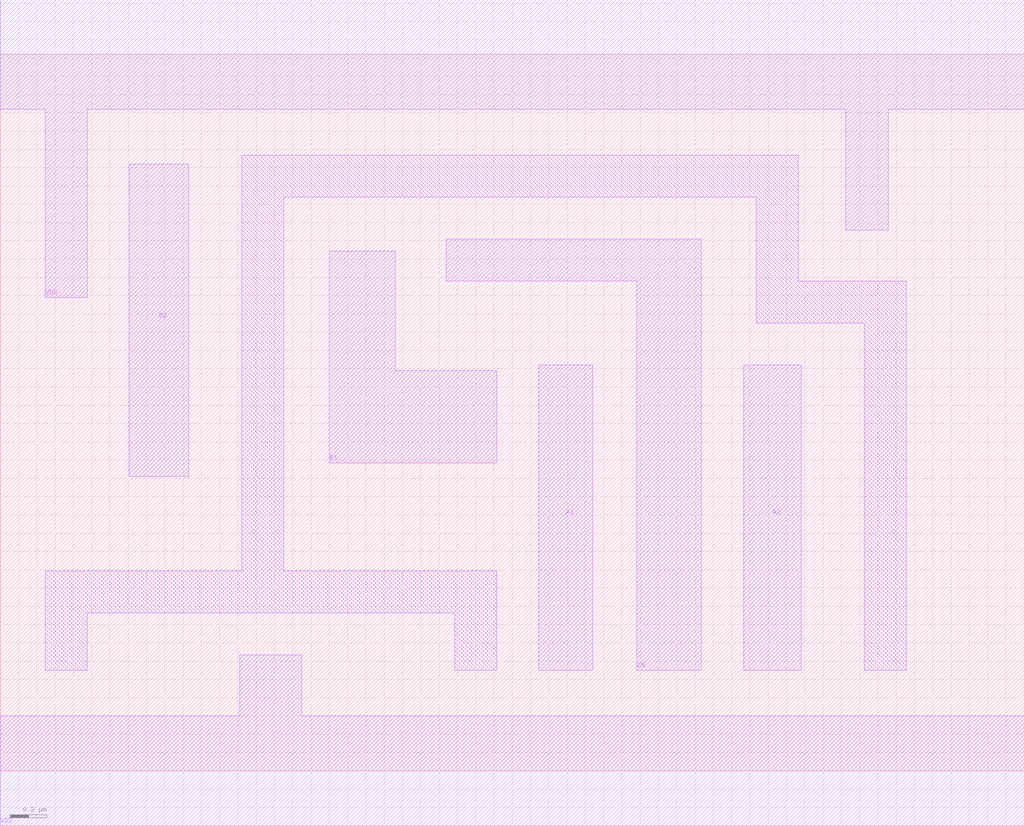
<source format=lef>
# Copyright 2022 GlobalFoundries PDK Authors
#
# Licensed under the Apache License, Version 2.0 (the "License");
# you may not use this file except in compliance with the License.
# You may obtain a copy of the License at
#
#      http://www.apache.org/licenses/LICENSE-2.0
#
# Unless required by applicable law or agreed to in writing, software
# distributed under the License is distributed on an "AS IS" BASIS,
# WITHOUT WARRANTIES OR CONDITIONS OF ANY KIND, either express or implied.
# See the License for the specific language governing permissions and
# limitations under the License.

MACRO gf180mcu_fd_sc_mcu7t5v0__oai22_1
  CLASS core ;
  FOREIGN gf180mcu_fd_sc_mcu7t5v0__oai22_1 0.0 0.0 ;
  ORIGIN 0 0 ;
  SYMMETRY X Y ;
  SITE GF018hv5v_mcu_sc7 ;
  SIZE 5.6 BY 3.92 ;
  PIN A1
    DIRECTION INPUT ;
    ANTENNAGATEAREA 1.102 ;
    PORT
      LAYER Metal1 ;
        POLYGON 2.945 0.55 3.24 0.55 3.24 2.22 2.945 2.22  ;
    END
  END A1
  PIN A2
    DIRECTION INPUT ;
    ANTENNAGATEAREA 1.102 ;
    PORT
      LAYER Metal1 ;
        POLYGON 4.065 0.55 4.38 0.55 4.38 2.22 4.065 2.22  ;
    END
  END A2
  PIN B1
    DIRECTION INPUT ;
    ANTENNAGATEAREA 1.102 ;
    PORT
      LAYER Metal1 ;
        POLYGON 1.8 1.685 2.715 1.685 2.715 2.19 2.16 2.19 2.16 2.845 1.8 2.845  ;
    END
  END B1
  PIN B2
    DIRECTION INPUT ;
    ANTENNAGATEAREA 1.102 ;
    PORT
      LAYER Metal1 ;
        POLYGON 0.705 1.61 1.03 1.61 1.03 3.32 0.705 3.32  ;
    END
  END B2
  PIN ZN
    DIRECTION OUTPUT ;
    ANTENNADIFFAREA 1.1828 ;
    PORT
      LAYER Metal1 ;
        POLYGON 2.44 2.68 3.48 2.68 3.48 0.55 3.835 0.55 3.835 2.91 2.44 2.91  ;
    END
  END ZN
  PIN VDD
    DIRECTION INOUT ;
    USE power ;
    SHAPE ABUTMENT ;
    PORT
      LAYER Metal1 ;
        POLYGON 0 3.62 0.245 3.62 0.245 2.59 0.475 2.59 0.475 3.62 4.625 3.62 4.625 2.96 4.855 2.96 4.855 3.62 4.955 3.62 5.6 3.62 5.6 4.22 4.955 4.22 0 4.22  ;
    END
  END VDD
  PIN VSS
    DIRECTION INOUT ;
    USE ground ;
    SHAPE ABUTMENT ;
    PORT
      LAYER Metal1 ;
        POLYGON 0 -0.3 5.6 -0.3 5.6 0.3 1.65 0.3 1.65 0.635 1.31 0.635 1.31 0.3 0 0.3  ;
    END
  END VSS
  OBS
      LAYER Metal1 ;
        POLYGON 1.55 3.14 4.135 3.14 4.135 2.45 4.725 2.45 4.725 0.55 4.955 0.55 4.955 2.68 4.365 2.68 4.365 3.37 1.32 3.37 1.32 1.095 0.245 1.095 0.245 0.55 0.475 0.55 0.475 0.865 2.485 0.865 2.485 0.55 2.715 0.55 2.715 1.095 1.55 1.095  ;
  END
END gf180mcu_fd_sc_mcu7t5v0__oai22_1

</source>
